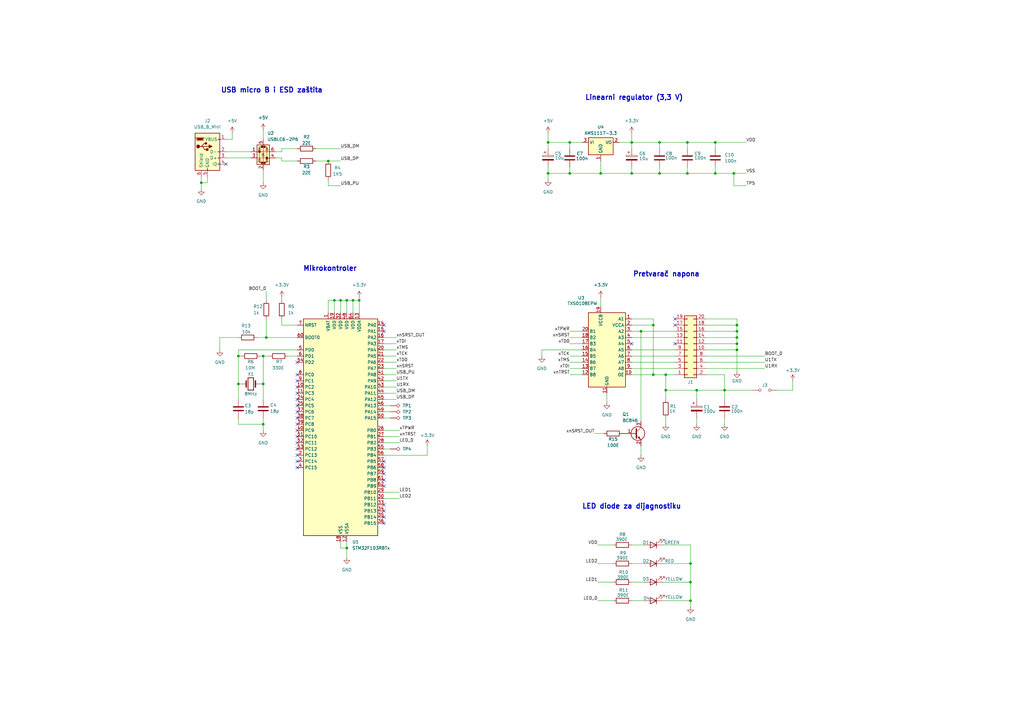
<source format=kicad_sch>
(kicad_sch (version 20231120) (generator "eeschema") (generator_version "8.0")
  (paper "A3")
  (title_block (title "Black Magic Probe V1 clone") (date "2024-05-16") (rev "v1") (company "TVZ") (comment 1 "Jadran Marinovic"))
  (lib_symbols
    (symbol "Connector:TestPoint_Alt" (pin_numbers hide) (pin_names (offset 0.762) hide)
      (property "Reference" "TP" (at 0 6.858 0))
      (property "Value" "TestPoint_Alt" (at 0 5.08 0))
      (symbol "TestPoint_Alt_1_1"
        (pin passive line (at 0 0 90) (length 2.54) (name "1") (number "1"))
      )
    )
    (symbol "Connector:USB_B_Mini" (pin_names (offset 1.016))
      (property "Reference" "J2" (at 0 12.7 0))
      (property "Value" "USB_B_Mini" (at 0 10.16 0))
      (symbol "USB_B_Mini_1_1"
        (pin power_out line (at 7.62 5.08 180) (length 2.54) (name "VBUS") (number "1"))
        (pin bidirectional line (at 7.62 0 180) (length 2.54) (name "D-") (number "2"))
        (pin bidirectional line (at 7.62 -2.54 180) (length 2.54) (name "D+") (number "3"))
        (pin passive line (at 7.62 -5.08 180) (length 2.54) (name "ID") (number "4"))
        (pin power_out line (at 0 -10.16 90) (length 2.54) (name "GND") (number "5"))
        (pin passive line (at -2.54 -10.16 90) (length 2.54) (name "Shield") (number "6"))
      )
    )
    (symbol "Connector_Generic:Conn_02x10_Odd_Even" (pin_names (offset 1.016) hide)
      (property "Reference" "J" (at 1.27 12.7 0))
      (property "Value" "Conn_02x10_Odd_Even" (at 1.27 -15.24 0))
      (symbol "Conn_02x10_Odd_Even_1_1"
        (pin passive line (at -5.08 10.16 0) (length 3.81) (name "Pin_1") (number "1"))
        (pin passive line (at 7.62 0 180) (length 3.81) (name "Pin_10") (number "10"))
        (pin passive line (at -5.08 -2.54 0) (length 3.81) (name "Pin_11") (number "11"))
        (pin passive line (at 7.62 -2.54 180) (length 3.81) (name "Pin_12") (number "12"))
        (pin passive line (at -5.08 -5.08 0) (length 3.81) (name "Pin_13") (number "13"))
        (pin passive line (at 7.62 -5.08 180) (length 3.81) (name "Pin_14") (number "14"))
        (pin passive line (at -5.08 -7.62 0) (length 3.81) (name "Pin_15") (number "15"))
        (pin passive line (at 7.62 -7.62 180) (length 3.81) (name "Pin_16") (number "16"))
        (pin passive line (at -5.08 -10.16 0) (length 3.81) (name "Pin_17") (number "17"))
        (pin passive line (at 7.62 -10.16 180) (length 3.81) (name "Pin_18") (number "18"))
        (pin passive line (at -5.08 -12.7 0) (length 3.81) (name "Pin_19") (number "19"))
        (pin passive line (at 7.62 10.16 180) (length 3.81) (name "Pin_2") (number "2"))
        (pin passive line (at 7.62 -12.7 180) (length 3.81) (name "Pin_20") (number "20"))
        (pin passive line (at -5.08 7.62 0) (length 3.81) (name "Pin_3") (number "3"))
        (pin passive line (at 7.62 7.62 180) (length 3.81) (name "Pin_4") (number "4"))
        (pin passive line (at -5.08 5.08 0) (length 3.81) (name "Pin_5") (number "5"))
        (pin passive line (at 7.62 5.08 180) (length 3.81) (name "Pin_6") (number "6"))
        (pin passive line (at -5.08 2.54 0) (length 3.81) (name "Pin_7") (number "7"))
        (pin passive line (at 7.62 2.54 180) (length 3.81) (name "Pin_8") (number "8"))
        (pin passive line (at -5.08 0 0) (length 3.81) (name "Pin_9") (number "9"))
      )
    )
    (symbol "Device:C" (pin_numbers hide) (pin_names (offset 0.254))
      (property "Reference" "C" (at 0.635 2.54 0))
      (property "Value" "C" (at 0.635 -2.54 0))
      (symbol "C_1_1"
        (pin passive line (at 0 3.81 270) (length 2.794) (name "~") (number "1"))
        (pin passive line (at 0 -3.81 90) (length 2.794) (name "~") (number "2"))
      )
    )
    (symbol "Device:C_Polarized" (pin_numbers hide) (pin_names (offset 0.254))
      (property "Reference" "C" (at 0.635 2.54 0))
      (property "Value" "C_Polarized" (at 0.635 -2.54 0))
      (symbol "C_Polarized_1_1"
        (pin passive line (at 0 3.81 270) (length 2.794) (name "~") (number "1"))
        (pin passive line (at 0 -3.81 90) (length 2.794) (name "~") (number "2"))
      )
    )
    (symbol "Device:Crystal" (pin_numbers hide) (pin_names (offset 1.016) hide)
      (property "Reference" "Y" (at 0 3.81 0))
      (property "Value" "Crystal" (at 0 -3.81 0))
      (symbol "Crystal_1_1"
        (pin passive line (at -3.81 0 0) (length 1.27) (name "1") (number "1"))
        (pin passive line (at 3.81 0 180) (length 1.27) (name "2") (number "2"))
      )
    )
    (symbol "Device:LED" (pin_numbers hide) (pin_names (offset 1.016) hide)
      (property "Reference" "D" (at 0 2.54 0))
      (property "Value" "LED" (at 0 -2.54 0))
      (symbol "LED_1_1"
        (pin passive line (at -3.81 0 0) (length 2.54) (name "K") (number "1"))
        (pin passive line (at 3.81 0 180) (length 2.54) (name "A") (number "2"))
      )
    )
    (symbol "Device:R" (pin_numbers hide) (pin_names (offset 0))
      (property "Reference" "R" (at 2.032 0 90))
      (property "Value" "R" (at 0 0 90))
      (symbol "R_1_1"
        (pin passive line (at 0 3.81 270) (length 1.27) (name "~") (number "1"))
        (pin passive line (at 0 -3.81 90) (length 1.27) (name "~") (number "2"))
      )
    )
    (symbol "Jumper:Jumper_2_Open" (pin_numbers hide) (pin_names (offset 0) hide) (exclude_from_sim yes)
      (property "Reference" "J3" (at 0 3.81 0))
      (symbol "Jumper_2_Open_1_1"
        (pin passive line (at -5.08 0 0) (length 2.54) (name "A") (number "1"))
        (pin passive line (at 5.08 0 180) (length 2.54) (name "B") (number "2"))
      )
    )
    (symbol "Logic_LevelTranslator:TXS0108EPW"
      (property "Reference" "U3" (at -9.398 -18.034 0))
      (property "Value" "TXS0108EPW" (at -13.716 -20.32 0))
      (symbol "TXS0108EPW_1_1"
        (pin bidirectional line (at 10.16 12.7 180) (length 2.54) (name "A1") (number "1"))
        (pin input line (at 10.16 -10.16 180) (length 2.54) (name "OE") (number "10"))
        (pin power_in line (at 0 -17.78 90) (length 2.54) (name "GND") (number "11"))
        (pin bidirectional line (at -10.16 -10.16 0) (length 2.54) (name "B8") (number "12"))
        (pin bidirectional line (at -10.16 -7.62 0) (length 2.54) (name "B7") (number "13"))
        (pin bidirectional line (at -10.16 -5.08 0) (length 2.54) (name "B6") (number "14"))
        (pin bidirectional line (at -10.16 -2.54 0) (length 2.54) (name "B5") (number "15"))
        (pin bidirectional line (at -10.16 0 0) (length 2.54) (name "B4") (number "16"))
        (pin bidirectional line (at -10.16 2.54 0) (length 2.54) (name "B3") (number "17"))
        (pin bidirectional line (at -10.16 5.08 0) (length 2.54) (name "B2") (number "18"))
        (pin power_in line (at -2.54 17.78 270) (length 2.54) (name "VCCB") (number "19"))
        (pin power_in line (at 10.16 10.16 180) (length 2.54) (name "VCCA") (number "2"))
        (pin bidirectional line (at -10.16 7.62 0) (length 2.54) (name "B1") (number "20"))
        (pin bidirectional line (at 10.16 7.62 180) (length 2.54) (name "A2") (number "3"))
        (pin bidirectional line (at 10.16 5.08 180) (length 2.54) (name "A3") (number "4"))
        (pin bidirectional line (at 10.16 2.54 180) (length 2.54) (name "A4") (number "5"))
        (pin bidirectional line (at 10.16 0 180) (length 2.54) (name "A5") (number "6"))
        (pin bidirectional line (at 10.16 -2.54 180) (length 2.54) (name "A6") (number "7"))
        (pin bidirectional line (at 10.16 -5.08 180) (length 2.54) (name "A7") (number "8"))
        (pin bidirectional line (at 10.16 -7.62 180) (length 2.54) (name "A8") (number "9"))
      )
    )
    (symbol "MCU_ST_STM32F1:STM32F103RBTx"
      (property "Reference" "U" (at -15.24 46.99 0))
      (property "Value" "STM32F103RBTx" (at 10.16 46.99 0))
      (symbol "STM32F103RBTx_1_1"
        (pin power_in line (at -5.08 48.26 270) (length 2.54) (name "VBAT") (number "1"))
        (pin bidirectional line (at -17.78 17.78 0) (length 2.54) (name "PC2") (number "10"))
        (pin bidirectional line (at -17.78 15.24 0) (length 2.54) (name "PC3") (number "11"))
        (pin power_in line (at 2.54 -45.72 90) (length 2.54) (name "VSSA") (number "12"))
        (pin power_in line (at 7.62 48.26 270) (length 2.54) (name "VDDA") (number "13"))
        (pin bidirectional line (at 17.78 43.18 180) (length 2.54) (name "PA0") (number "14"))
        (pin bidirectional line (at 17.78 40.64 180) (length 2.54) (name "PA1") (number "15"))
        (pin bidirectional line (at 17.78 38.1 180) (length 2.54) (name "PA2") (number "16"))
        (pin bidirectional line (at 17.78 35.56 180) (length 2.54) (name "PA3") (number "17"))
        (pin power_in line (at 0 -45.72 90) (length 2.54) (name "VSS") (number "18"))
        (pin power_in line (at -2.54 48.26 270) (length 2.54) (name "VDD") (number "19"))
        (pin bidirectional line (at -17.78 -10.16 0) (length 2.54) (name "PC13") (number "2"))
        (pin bidirectional line (at 17.78 33.02 180) (length 2.54) (name "PA4") (number "20"))
        (pin bidirectional line (at 17.78 30.48 180) (length 2.54) (name "PA5") (number "21"))
        (pin bidirectional line (at 17.78 27.94 180) (length 2.54) (name "PA6") (number "22"))
        (pin bidirectional line (at 17.78 25.4 180) (length 2.54) (name "PA7") (number "23"))
        (pin bidirectional line (at -17.78 12.7 0) (length 2.54) (name "PC4") (number "24"))
        (pin bidirectional line (at -17.78 10.16 0) (length 2.54) (name "PC5") (number "25"))
        (pin bidirectional line (at 17.78 0 180) (length 2.54) (name "PB0") (number "26"))
        (pin bidirectional line (at 17.78 -2.54 180) (length 2.54) (name "PB1") (number "27"))
        (pin bidirectional line (at 17.78 -5.08 180) (length 2.54) (name "PB2") (number "28"))
        (pin bidirectional line (at 17.78 -25.4 180) (length 2.54) (name "PB10") (number "29"))
        (pin bidirectional line (at -17.78 -12.7 0) (length 2.54) (name "PC14") (number "3"))
        (pin bidirectional line (at 17.78 -27.94 180) (length 2.54) (name "PB11") (number "30"))
        (pin passive line (at 0 -45.72 90) (length 2.54) hide (name "VSS") (number "31"))
        (pin power_in line (at 0 48.26 270) (length 2.54) (name "VDD") (number "32"))
        (pin bidirectional line (at 17.78 -30.48 180) (length 2.54) (name "PB12") (number "33"))
        (pin bidirectional line (at 17.78 -33.02 180) (length 2.54) (name "PB13") (number "34"))
        (pin bidirectional line (at 17.78 -35.56 180) (length 2.54) (name "PB14") (number "35"))
        (pin bidirectional line (at 17.78 -38.1 180) (length 2.54) (name "PB15") (number "36"))
        (pin bidirectional line (at -17.78 7.62 0) (length 2.54) (name "PC6") (number "37"))
        (pin bidirectional line (at -17.78 5.08 0) (length 2.54) (name "PC7") (number "38"))
        (pin bidirectional line (at -17.78 2.54 0) (length 2.54) (name "PC8") (number "39"))
        (pin bidirectional line (at -17.78 -15.24 0) (length 2.54) (name "PC15") (number "4"))
        (pin bidirectional line (at -17.78 0 0) (length 2.54) (name "PC9") (number "40"))
        (pin bidirectional line (at 17.78 22.86 180) (length 2.54) (name "PA8") (number "41"))
        (pin bidirectional line (at 17.78 20.32 180) (length 2.54) (name "PA9") (number "42"))
        (pin bidirectional line (at 17.78 17.78 180) (length 2.54) (name "PA10") (number "43"))
        (pin bidirectional line (at 17.78 15.24 180) (length 2.54) (name "PA11") (number "44"))
        (pin bidirectional line (at 17.78 12.7 180) (length 2.54) (name "PA12") (number "45"))
        (pin bidirectional line (at 17.78 10.16 180) (length 2.54) (name "PA13") (number "46"))
        (pin passive line (at 0 -45.72 90) (length 2.54) hide (name "VSS") (number "47"))
        (pin power_in line (at 2.54 48.26 270) (length 2.54) (name "VDD") (number "48"))
        (pin bidirectional line (at 17.78 7.62 180) (length 2.54) (name "PA14") (number "49"))
        (pin bidirectional line (at -17.78 33.02 0) (length 2.54) (name "PD0") (number "5"))
        (pin bidirectional line (at 17.78 5.08 180) (length 2.54) (name "PA15") (number "50"))
        (pin bidirectional line (at -17.78 -2.54 0) (length 2.54) (name "PC10") (number "51"))
        (pin bidirectional line (at -17.78 -5.08 0) (length 2.54) (name "PC11") (number "52"))
        (pin bidirectional line (at -17.78 -7.62 0) (length 2.54) (name "PC12") (number "53"))
        (pin bidirectional line (at -17.78 27.94 0) (length 2.54) (name "PD2") (number "54"))
        (pin bidirectional line (at 17.78 -7.62 180) (length 2.54) (name "PB3") (number "55"))
        (pin bidirectional line (at 17.78 -10.16 180) (length 2.54) (name "PB4") (number "56"))
        (pin bidirectional line (at 17.78 -12.7 180) (length 2.54) (name "PB5") (number "57"))
        (pin bidirectional line (at 17.78 -15.24 180) (length 2.54) (name "PB6") (number "58"))
        (pin bidirectional line (at 17.78 -17.78 180) (length 2.54) (name "PB7") (number "59"))
        (pin bidirectional line (at -17.78 30.48 0) (length 2.54) (name "PD1") (number "6"))
        (pin input line (at -17.78 38.1 0) (length 2.54) (name "BOOT0") (number "60"))
        (pin bidirectional line (at 17.78 -20.32 180) (length 2.54) (name "PB8") (number "61"))
        (pin bidirectional line (at 17.78 -22.86 180) (length 2.54) (name "PB9") (number "62"))
        (pin passive line (at 0 -45.72 90) (length 2.54) hide (name "VSS") (number "63"))
        (pin power_in line (at 5.08 48.26 270) (length 2.54) (name "VDD") (number "64"))
        (pin input line (at -17.78 43.18 0) (length 2.54) (name "NRST") (number "7"))
        (pin bidirectional line (at -17.78 22.86 0) (length 2.54) (name "PC0") (number "8"))
        (pin bidirectional line (at -17.78 20.32 0) (length 2.54) (name "PC1") (number "9"))
      )
    )
    (symbol "Power_Protection:USBLC6-2P6" (pin_names hide)
      (property "Reference" "U" (at 0.635 5.715 0))
      (property "Value" "USBLC6-2P6" (at 0.635 3.81 0))
      (symbol "USBLC6-2P6_1_1"
        (pin passive line (at -5.08 0 0) (length 2.54) (name "I/O1") (number "1"))
        (pin passive line (at 0 -7.62 90) (length 2.54) (name "GND") (number "2"))
        (pin passive line (at -5.08 -2.54 0) (length 2.54) (name "I/O2") (number "3"))
        (pin passive line (at 5.08 -2.54 180) (length 2.54) (name "I/O2") (number "4"))
        (pin passive line (at 0 5.08 270) (length 2.54) (name "VBUS") (number "5"))
        (pin passive line (at 5.08 0 180) (length 2.54) (name "I/O1") (number "6"))
      )
    )
    (symbol "Regulator_Linear:AMS1117-3.3"
      (property "Reference" "U" (at -3.81 3.175 0))
      (property "Value" "AMS1117-3.3" (at 0 3.175 0))
      (symbol "AMS1117-3.3_1_1"
        (pin power_in line (at 0 -7.62 90) (length 2.54) (name "GND") (number "1"))
        (pin power_out line (at 7.62 0 180) (length 2.54) (name "VO") (number "2"))
        (pin power_in line (at -7.62 0 0) (length 2.54) (name "VI") (number "3"))
      )
    )
    (symbol "Transistor_BJT:BC846" (pin_names (offset 0) hide)
      (property "Reference" "Q" (at 5.08 1.905 0))
      (property "Value" "BC846" (at 5.08 0 0))
      (symbol "BC846_1_1"
        (pin input line (at -5.08 0 0) (length 5.715) (name "B") (number "1"))
        (pin passive line (at 2.54 -5.08 90) (length 2.54) (name "E") (number "2"))
        (pin passive line (at 2.54 5.08 270) (length 2.54) (name "C") (number "3"))
      )
    )
    (symbol "power:+3.3V" (power) (pin_numbers hide) (pin_names (offset 0) hide)
      (property "Value" "+3.3V" (at 0 3.556 0))
      (symbol "+3.3V_1_1"
        (pin power_in line (at 0 0 90) (length 0) (name "~") (number "1"))
      )
    )
    (symbol "power:+5V" (power) (pin_numbers hide) (pin_names (offset 0) hide)
      (property "Value" "+5V" (at 0 3.556 0))
      (symbol "+5V_1_1"
        (pin power_in line (at 0 0 90) (length 0) (name "~") (number "1"))
      )
    )
    (symbol "power:GND" (power) (pin_numbers hide) (pin_names (offset 0) hide)
      (property "Value" "GND" (at 0 -3.81 0))
      (symbol "GND_1_1"
        (pin power_in line (at 0 0 270) (length 0) (name "~") (number "1"))
      )
    )
  )
  (junction (at 233.68 58.42))
  (junction (at 137.16 123.19))
  (junction (at 97.79 146.05))
  (junction (at 302.26 135.89))
  (junction (at 259.08 71.12))
  (junction (at 246.38 71.12))
  (junction (at 262.89 135.89))
  (junction (at 147.32 123.19))
  (junction (at 281.94 71.12))
  (junction (at 142.24 224.79))
  (junction (at 302.26 133.35))
  (junction (at 107.95 173.99))
  (junction (at 224.79 71.12))
  (junction (at 283.21 231.14))
  (junction (at 259.08 58.42))
  (junction (at 293.37 71.12))
  (junction (at 300.99 71.12))
  (junction (at 144.78 123.19))
  (junction (at 224.79 58.42))
  (junction (at 267.97 153.67))
  (junction (at 285.75 160.02))
  (junction (at 293.37 58.42))
  (junction (at 273.05 153.67))
  (junction (at 270.51 58.42))
  (junction (at 97.79 157.48))
  (junction (at 297.18 160.02))
  (junction (at 283.21 246.38))
  (junction (at 302.26 140.97))
  (junction (at 109.22 138.43))
  (junction (at 302.26 143.51))
  (junction (at 267.97 133.35))
  (junction (at 82.55 74.93))
  (junction (at 107.95 157.48))
  (junction (at 273.05 160.02))
  (junction (at 302.26 138.43))
  (junction (at 283.21 238.76))
  (junction (at 233.68 71.12))
  (junction (at 139.7 123.19))
  (junction (at 281.94 58.42))
  (junction (at 270.51 71.12))
  (junction (at 134.62 66.04))
  (junction (at 142.24 123.19))
  (junction (at 107.95 146.05))
  (no_connect (at 157.48 194.31))
  (no_connect (at 259.08 140.97))
  (no_connect (at 121.92 186.69))
  (no_connect (at 157.48 212.09))
  (no_connect (at 157.48 191.77))
  (no_connect (at 121.92 156.21))
  (no_connect (at 121.92 153.67))
  (no_connect (at 121.92 148.59))
  (no_connect (at 121.92 181.61))
  (no_connect (at 157.48 196.85))
  (no_connect (at 276.86 133.35))
  (no_connect (at 121.92 166.37))
  (no_connect (at 121.92 173.99))
  (no_connect (at 157.48 135.89))
  (no_connect (at 92.71 67.31))
  (no_connect (at 157.48 207.01))
  (no_connect (at 121.92 189.23))
  (no_connect (at 276.86 140.97))
  (no_connect (at 121.92 179.07))
  (no_connect (at 121.92 184.15))
  (no_connect (at 157.48 209.55))
  (no_connect (at 157.48 214.63))
  (no_connect (at 157.48 199.39))
  (no_connect (at 121.92 176.53))
  (no_connect (at 121.92 158.75))
  (no_connect (at 121.92 191.77))
  (no_connect (at 121.92 168.91))
  (no_connect (at 157.48 189.23))
  (no_connect (at 121.92 163.83))
  (no_connect (at 121.92 171.45))
  (no_connect (at 276.86 130.81))
  (no_connect (at 157.48 133.35))
  (no_connect (at 121.92 161.29))
  (wire (pts (xy 297.18 153.67) (xy 297.18 160.02)))
  (wire (pts (xy 293.37 71.12) (xy 300.99 71.12)))
  (wire (pts (xy 109.22 138.43) (xy 121.92 138.43)))
  (wire (pts (xy 157.48 156.21) (xy 162.56 156.21)))
  (wire (pts (xy 97.79 157.48) (xy 97.79 163.83)))
  (wire (pts (xy 289.56 143.51) (xy 302.26 143.51)))
  (wire (pts (xy 115.57 64.77) (xy 115.57 66.04)))
  (wire (pts (xy 306.07 76.2) (xy 300.99 76.2)))
  (wire (pts (xy 281.94 68.58) (xy 281.94 71.12)))
  (wire (pts (xy 273.05 171.45) (xy 273.05 173.99)))
  (wire (pts (xy 243.84 177.8) (xy 247.65 177.8)))
  (wire (pts (xy 259.08 146.05) (xy 276.86 146.05)))
  (wire (pts (xy 293.37 58.42) (xy 306.07 58.42)))
  (wire (pts (xy 142.24 123.19) (xy 144.78 123.19)))
  (wire (pts (xy 289.56 140.97) (xy 302.26 140.97)))
  (wire (pts (xy 97.79 173.99) (xy 107.95 173.99)))
  (wire (pts (xy 248.92 161.29) (xy 248.92 165.1)))
  (wire (pts (xy 175.26 182.88) (xy 175.26 186.69)))
  (wire (pts (xy 142.24 123.19) (xy 142.24 128.27)))
  (wire (pts (xy 134.62 128.27) (xy 134.62 123.19)))
  (wire (pts (xy 271.78 231.14) (xy 283.21 231.14)))
  (wire (pts (xy 157.48 163.83) (xy 162.56 163.83)))
  (wire (pts (xy 97.79 143.51) (xy 97.79 146.05)))
  (wire (pts (xy 142.24 228.6) (xy 142.24 224.79)))
  (wire (pts (xy 224.79 68.58) (xy 224.79 71.12)))
  (wire (pts (xy 113.03 62.23) (xy 115.57 62.23)))
  (wire (pts (xy 137.16 123.19) (xy 137.16 128.27)))
  (wire (pts (xy 245.11 223.52) (xy 251.46 223.52)))
  (wire (pts (xy 157.48 166.37) (xy 160.02 166.37)))
  (wire (pts (xy 107.95 171.45) (xy 107.95 173.99)))
  (wire (pts (xy 283.21 231.14) (xy 283.21 238.76)))
  (wire (pts (xy 302.26 130.81) (xy 289.56 130.81)))
  (wire (pts (xy 157.48 148.59) (xy 162.56 148.59)))
  (wire (pts (xy 245.11 231.14) (xy 251.46 231.14)))
  (wire (pts (xy 157.48 204.47) (xy 163.83 204.47)))
  (wire (pts (xy 134.62 66.04) (xy 139.7 66.04)))
  (wire (pts (xy 90.17 138.43) (xy 97.79 138.43)))
  (wire (pts (xy 302.26 133.35) (xy 302.26 130.81)))
  (wire (pts (xy 105.41 138.43) (xy 109.22 138.43)))
  (wire (pts (xy 259.08 246.38) (xy 264.16 246.38)))
  (wire (pts (xy 118.11 146.05) (xy 121.92 146.05)))
  (wire (pts (xy 267.97 133.35) (xy 259.08 133.35)))
  (wire (pts (xy 283.21 238.76) (xy 283.21 246.38)))
  (wire (pts (xy 157.48 143.51) (xy 162.56 143.51)))
  (wire (pts (xy 115.57 121.92) (xy 115.57 123.19)))
  (wire (pts (xy 85.09 72.39) (xy 85.09 74.93)))
  (wire (pts (xy 283.21 246.38) (xy 271.78 246.38)))
  (wire (pts (xy 82.55 72.39) (xy 82.55 74.93)))
  (wire (pts (xy 289.56 151.13) (xy 313.69 151.13)))
  (wire (pts (xy 106.68 157.48) (xy 107.95 157.48)))
  (wire (pts (xy 222.25 143.51) (xy 238.76 143.51)))
  (wire (pts (xy 139.7 123.19) (xy 142.24 123.19)))
  (wire (pts (xy 115.57 60.96) (xy 115.57 62.23)))
  (wire (pts (xy 262.89 182.88) (xy 262.89 186.69)))
  (wire (pts (xy 224.79 58.42) (xy 233.68 58.42)))
  (wire (pts (xy 147.32 123.19) (xy 147.32 128.27)))
  (wire (pts (xy 224.79 71.12) (xy 224.79 73.66)))
  (wire (pts (xy 92.71 57.15) (xy 95.25 57.15)))
  (wire (pts (xy 106.68 146.05) (xy 107.95 146.05)))
  (wire (pts (xy 233.68 58.42) (xy 238.76 58.42)))
  (wire (pts (xy 297.18 171.45) (xy 297.18 173.99)))
  (wire (pts (xy 224.79 71.12) (xy 233.68 71.12)))
  (wire (pts (xy 157.48 140.97) (xy 162.56 140.97)))
  (wire (pts (xy 92.71 62.23) (xy 102.87 62.23)))
  (wire (pts (xy 259.08 58.42) (xy 270.51 58.42)))
  (wire (pts (xy 233.68 151.13) (xy 238.76 151.13)))
  (wire (pts (xy 302.26 135.89) (xy 302.26 133.35)))
  (wire (pts (xy 224.79 58.42) (xy 224.79 60.96)))
  (wire (pts (xy 157.48 151.13) (xy 162.56 151.13)))
  (wire (pts (xy 233.68 71.12) (xy 246.38 71.12)))
  (wire (pts (xy 246.38 66.04) (xy 246.38 71.12)))
  (wire (pts (xy 285.75 160.02) (xy 273.05 160.02)))
  (wire (pts (xy 157.48 153.67) (xy 162.56 153.67)))
  (wire (pts (xy 259.08 68.58) (xy 259.08 71.12)))
  (wire (pts (xy 297.18 160.02) (xy 285.75 160.02)))
  (wire (pts (xy 283.21 223.52) (xy 283.21 231.14)))
  (wire (pts (xy 139.7 222.25) (xy 139.7 224.79)))
  (wire (pts (xy 254 58.42) (xy 259.08 58.42)))
  (wire (pts (xy 134.62 123.19) (xy 137.16 123.19)))
  (wire (pts (xy 273.05 160.02) (xy 273.05 163.83)))
  (wire (pts (xy 267.97 153.67) (xy 273.05 153.67)))
  (wire (pts (xy 273.05 153.67) (xy 273.05 160.02)))
  (wire (pts (xy 157.48 184.15) (xy 160.02 184.15)))
  (wire (pts (xy 95.25 54.61) (xy 95.25 57.15)))
  (wire (pts (xy 262.89 135.89) (xy 262.89 172.72)))
  (wire (pts (xy 233.68 146.05) (xy 238.76 146.05)))
  (wire (pts (xy 175.26 186.69) (xy 157.48 186.69)))
  (wire (pts (xy 297.18 163.83) (xy 297.18 160.02)))
  (wire (pts (xy 262.89 135.89) (xy 276.86 135.89)))
  (wire (pts (xy 302.26 143.51) (xy 302.26 140.97)))
  (wire (pts (xy 270.51 58.42) (xy 281.94 58.42)))
  (wire (pts (xy 233.68 68.58) (xy 233.68 71.12)))
  (wire (pts (xy 109.22 119.38) (xy 109.22 123.19)))
  (wire (pts (xy 233.68 135.89) (xy 238.76 135.89)))
  (wire (pts (xy 115.57 66.04) (xy 121.92 66.04)))
  (wire (pts (xy 157.48 171.45) (xy 160.02 171.45)))
  (wire (pts (xy 92.71 64.77) (xy 102.87 64.77)))
  (wire (pts (xy 259.08 138.43) (xy 276.86 138.43)))
  (wire (pts (xy 289.56 146.05) (xy 313.69 146.05)))
  (wire (pts (xy 270.51 71.12) (xy 281.94 71.12)))
  (wire (pts (xy 325.12 156.21) (xy 325.12 160.02)))
  (wire (pts (xy 99.06 157.48) (xy 97.79 157.48)))
  (wire (pts (xy 302.26 143.51) (xy 302.26 152.4)))
  (wire (pts (xy 259.08 223.52) (xy 264.16 223.52)))
  (wire (pts (xy 90.17 138.43) (xy 90.17 143.51)))
  (wire (pts (xy 259.08 143.51) (xy 276.86 143.51)))
  (wire (pts (xy 285.75 171.45) (xy 285.75 173.99)))
  (wire (pts (xy 85.09 74.93) (xy 82.55 74.93)))
  (wire (pts (xy 259.08 238.76) (xy 264.16 238.76)))
  (wire (pts (xy 109.22 130.81) (xy 109.22 138.43)))
  (wire (pts (xy 233.68 58.42) (xy 233.68 60.96)))
  (wire (pts (xy 137.16 123.19) (xy 139.7 123.19)))
  (wire (pts (xy 289.56 135.89) (xy 302.26 135.89)))
  (wire (pts (xy 134.62 76.2) (xy 134.62 73.66)))
  (wire (pts (xy 107.95 173.99) (xy 107.95 176.53)))
  (wire (pts (xy 267.97 133.35) (xy 267.97 153.67)))
  (wire (pts (xy 245.11 238.76) (xy 251.46 238.76)))
  (wire (pts (xy 139.7 76.2) (xy 134.62 76.2)))
  (wire (pts (xy 233.68 153.67) (xy 238.76 153.67)))
  (wire (pts (xy 300.99 76.2) (xy 300.99 71.12)))
  (wire (pts (xy 245.11 246.38) (xy 251.46 246.38)))
  (wire (pts (xy 107.95 146.05) (xy 110.49 146.05)))
  (wire (pts (xy 293.37 58.42) (xy 293.37 60.96)))
  (wire (pts (xy 289.56 153.67) (xy 297.18 153.67)))
  (wire (pts (xy 97.79 143.51) (xy 121.92 143.51)))
  (wire (pts (xy 259.08 71.12) (xy 270.51 71.12)))
  (wire (pts (xy 139.7 123.19) (xy 139.7 128.27)))
  (wire (pts (xy 271.78 238.76) (xy 283.21 238.76)))
  (wire (pts (xy 271.78 223.52) (xy 283.21 223.52)))
  (wire (pts (xy 246.38 121.92) (xy 246.38 125.73)))
  (wire (pts (xy 293.37 68.58) (xy 293.37 71.12)))
  (wire (pts (xy 302.26 140.97) (xy 302.26 138.43)))
  (wire (pts (xy 297.18 160.02) (xy 308.61 160.02)))
  (wire (pts (xy 144.78 123.19) (xy 147.32 123.19)))
  (wire (pts (xy 147.32 121.92) (xy 147.32 123.19)))
  (wire (pts (xy 270.51 58.42) (xy 270.51 60.96)))
  (wire (pts (xy 115.57 133.35) (xy 115.57 130.81)))
  (wire (pts (xy 259.08 130.81) (xy 267.97 130.81)))
  (wire (pts (xy 82.55 74.93) (xy 82.55 77.47)))
  (wire (pts (xy 289.56 148.59) (xy 313.69 148.59)))
  (wire (pts (xy 259.08 58.42) (xy 259.08 60.96)))
  (wire (pts (xy 259.08 231.14) (xy 264.16 231.14)))
  (wire (pts (xy 157.48 176.53) (xy 163.83 176.53)))
  (wire (pts (xy 259.08 151.13) (xy 276.86 151.13)))
  (wire (pts (xy 259.08 148.59) (xy 276.86 148.59)))
  (wire (pts (xy 281.94 71.12) (xy 293.37 71.12)))
  (wire (pts (xy 267.97 130.81) (xy 267.97 133.35)))
  (wire (pts (xy 157.48 161.29) (xy 162.56 161.29)))
  (wire (pts (xy 107.95 53.34) (xy 107.95 57.15)))
  (wire (pts (xy 224.79 54.61) (xy 224.79 58.42)))
  (wire (pts (xy 300.99 71.12) (xy 306.07 71.12)))
  (wire (pts (xy 99.06 146.05) (xy 97.79 146.05)))
  (wire (pts (xy 270.51 68.58) (xy 270.51 71.12)))
  (wire (pts (xy 157.48 181.61) (xy 163.83 181.61)))
  (wire (pts (xy 107.95 157.48) (xy 107.95 163.83)))
  (wire (pts (xy 107.95 69.85) (xy 107.95 74.93)))
  (wire (pts (xy 289.56 133.35) (xy 302.26 133.35)))
  (wire (pts (xy 259.08 135.89) (xy 262.89 135.89)))
  (wire (pts (xy 157.48 179.07) (xy 163.83 179.07)))
  (wire (pts (xy 283.21 246.38) (xy 283.21 248.92)))
  (wire (pts (xy 139.7 224.79) (xy 142.24 224.79)))
  (wire (pts (xy 285.75 163.83) (xy 285.75 160.02)))
  (wire (pts (xy 121.92 133.35) (xy 115.57 133.35)))
  (wire (pts (xy 259.08 54.61) (xy 259.08 58.42)))
  (wire (pts (xy 107.95 146.05) (xy 107.95 157.48)))
  (wire (pts (xy 281.94 58.42) (xy 293.37 58.42)))
  (wire (pts (xy 325.12 160.02) (xy 318.77 160.02)))
  (wire (pts (xy 246.38 71.12) (xy 259.08 71.12)))
  (wire (pts (xy 157.48 158.75) (xy 162.56 158.75)))
  (wire (pts (xy 97.79 171.45) (xy 97.79 173.99)))
  (wire (pts (xy 115.57 60.96) (xy 121.92 60.96)))
  (wire (pts (xy 259.08 153.67) (xy 267.97 153.67)))
  (wire (pts (xy 97.79 146.05) (xy 97.79 157.48)))
  (wire (pts (xy 157.48 138.43) (xy 162.56 138.43)))
  (wire (pts (xy 157.48 201.93) (xy 163.83 201.93)))
  (wire (pts (xy 113.03 64.77) (xy 115.57 64.77)))
  (wire (pts (xy 273.05 153.67) (xy 276.86 153.67)))
  (wire (pts (xy 129.54 66.04) (xy 134.62 66.04)))
  (wire (pts (xy 289.56 138.43) (xy 302.26 138.43)))
  (wire (pts (xy 233.68 138.43) (xy 238.76 138.43)))
  (wire (pts (xy 281.94 58.42) (xy 281.94 60.96)))
  (wire (pts (xy 157.48 168.91) (xy 160.02 168.91)))
  (wire (pts (xy 233.68 140.97) (xy 238.76 140.97)))
  (wire (pts (xy 302.26 138.43) (xy 302.26 135.89)))
  (wire (pts (xy 129.54 60.96) (xy 139.7 60.96)))
  (wire (pts (xy 144.78 123.19) (xy 144.78 128.27)))
  (wire (pts (xy 142.24 222.25) (xy 142.24 224.79)))
  (wire (pts (xy 157.48 146.05) (xy 162.56 146.05)))
  (wire (pts (xy 233.68 148.59) (xy 238.76 148.59)))
  (wire (pts (xy 222.25 146.05) (xy 222.25 143.51)))
  (text "Mikrokontroler" (at 135.382 110.236 0) (effects (font (size 2.032 2.032) (bold yes))))
  (text "Linearni regulator (3,3 V)" (at 260.096 40.132 0) (effects (font (size 2.032 2.032) (bold yes))))
  (text "USB micro B i ESD zaštita" (at 111.506 37.084 0) (effects (font (size 2.032 2.032) (thickness 0.4064) (bold yes))))
  (text "Pretvarač napona" (at 273.304 112.522 0) (effects (font (size 2.032 2.032) (bold yes))))
  (text "LED diode za dijagnostiku" (at 259.08 207.772 0) (effects (font (size 2.032 2.032) (bold yes))))
  (label "USB_DP" (at 139.7 66.04 0))
  (label "xnTRST" (at 233.68 153.67 180))
  (label "xTD0" (at 233.68 140.97 180))
  (label "xTD0" (at 162.56 148.59 0))
  (label "xTMS" (at 162.56 143.51 0))
  (label "USB_DM" (at 162.56 161.29 0))
  (label "USB_PU" (at 139.7 76.2 0))
  (label "U1TX" (at 162.56 156.21 0))
  (label "VDD" (at 245.11 223.52 180))
  (label "xTDI" (at 162.56 140.97 0))
  (label "USB_DP" (at 162.56 163.83 0))
  (label "xTCK" (at 233.68 146.05 180))
  (label "VSS" (at 306.07 71.12 0))
  (label "xnSRST_OUT" (at 162.56 138.43 0))
  (label "TP5" (at 306.07 76.2 0))
  (label "LED_0" (at 245.11 246.38 180))
  (label "BOOT_0" (at 313.69 146.05 0))
  (label "xTCK" (at 162.56 146.05 0))
  (label "xnSRST_OUT" (at 243.84 177.8 180))
  (label "xnSRST" (at 162.56 151.13 0))
  (label "LED_0" (at 163.83 181.61 0))
  (label "U1TX" (at 313.69 148.59 0))
  (label "U1RX" (at 313.69 151.13 0))
  (label "LED2" (at 245.11 231.14 180))
  (label "U1RX" (at 162.56 158.75 0))
  (label "xTPWR" (at 233.68 135.89 180))
  (label "xTDI" (at 233.68 151.13 180))
  (label "xnSRST" (at 233.68 138.43 180))
  (label "LED1" (at 245.11 238.76 180))
  (label "VDD" (at 306.07 58.42 0))
  (label "BOOT_0" (at 109.22 119.38 180))
  (label "USB_PU" (at 162.56 153.67 0))
  (label "xnTRST" (at 163.83 179.07 0))
  (label "xTMS" (at 233.68 148.59 180))
  (label "LED2" (at 163.83 204.47 0))
  (label "LED1" (at 163.83 201.93 0))
  (label "USB_DM" (at 139.7 60.96 0))
  (label "xTPWR" (at 163.83 176.53 0))
  (symbol (lib_id "power:GND") (at 273.05 173.99 0) (unit 1)
    (property "Reference" "#PWR020" (effects (hide yes)))
    (property "Value" "GND" (at 273.05 179.07 0))
    (property "Description" "Power symbol creates a global label with name \"GND\" , ground" (effects (hide yes)))
  )
  (symbol (lib_id "power:+3.3V") (at 175.26 182.88 0) (unit 1)
    (property "Reference" "#PWR015" (effects (hide yes)))
    (property "Value" "+3.3V" (at 175.26 178.562 0))
    (property "Description" "Power symbol creates a global label with name \"+3.3V\"" (effects (hide yes)))
  )
  (symbol (lib_id "Device:R") (at 109.22 127 0) (unit 1)
    (property "Reference" "R12" (at 103.886 125.73 0) (effects (justify left)))
    (property "Value" "1k" (at 103.886 128.27 0) (effects (justify left)))
    (property "Footprint" "Resistor_SMD:R_0805_2012Metric" (effects (hide yes)))
    (property "Description" "Resistor" (effects (hide yes)))
  )
  (symbol (lib_id "Connector:TestPoint_Alt") (at 160.02 166.37 270) (unit 1)
    (property "Reference" "TP1" (at 165.1 166.3699 90) (effects (justify left)))
    (property "Value" "TestPoint_Alt" (effects (hide yes)))
    (property "Footprint" "TestPoint:TestPoint_Pad_D1.0mm" (effects (hide yes)))
    (property "Description" "test point (alternative shape)" (effects (hide yes)))
  )
  (symbol (lib_id "power:+3.3V") (at 259.08 54.61 0) (unit 1)
    (property "Reference" "#PWR02" (effects (hide yes)))
    (property "Value" "+3.3V" (at 259.08 49.53 0))
    (property "Description" "Power symbol creates a global label with name \"+3.3V\"" (effects (hide yes)))
  )
  (symbol (lib_id "Connector_Generic:Conn_02x10_Odd_Even") (at 281.94 143.51 0) (mirror x) (unit 1)
    (property "Reference" "J1" (at 283.21 156.718 0))
    (property "Value" "Conn_02x10_Odd_Even" (effects (hide yes)))
    (property "Footprint" "Connector_IDC:IDC-Header_2x08_P2.54mm_Vertical" (effects (hide yes)))
    (property "Description" "Generic connector, double row, 02x10, odd/even pin numbering scheme (row 1 odd numbers, row 2 even numbers), script generated (kicad-library-utils/schlib/autogen/connector/)" (effects (hide yes)))
  )
  (symbol (lib_id "power:GND") (at 82.55 77.47 0) (unit 1)
    (property "Reference" "#PWR07" (effects (hide yes)))
    (property "Value" "GND" (at 82.55 82.55 0))
    (property "Description" "Power symbol creates a global label with name \"GND\" , ground" (effects (hide yes)))
  )
  (symbol (lib_id "Regulator_Linear:AMS1117-3.3") (at 246.38 58.42 0) (unit 1)
    (property "Reference" "U4" (at 246.38 52.07 0))
    (property "Value" "AMS1117-3.3" (at 246.38 54.61 0))
    (property "Footprint" "Package_TO_SOT_SMD:SOT-223" (effects (hide yes)))
    (property "Datasheet" "http://www.advanced-monolithic.com/pdf/ds1117.pdf" (effects (hide yes)))
    (property "Description" "1A Low Dropout regulator, positive, 3.3V fixed output, SOT-223" (effects (hide yes)))
  )
  (symbol (lib_id "Device:R") (at 115.57 127 0) (unit 1)
    (property "Reference" "R5" (at 118.11 125.7299 0) (effects (justify left)))
    (property "Value" "1k" (at 118.11 128.2699 0) (effects (justify left)))
    (property "Footprint" "Resistor_SMD:R_0805_2012Metric" (effects (hide yes)))
    (property "Description" "Resistor" (effects (hide yes)))
  )
  (symbol (lib_id "Device:C") (at 297.18 167.64 0) (unit 1)
    (property "Reference" "C2" (at 299.974 166.878 0) (effects (justify left)))
    (property "Value" "100n" (at 299.72 168.656 0) (effects (justify left)))
    (property "Footprint" "Capacitor_SMD:C_0805_2012Metric" (effects (hide yes)))
    (property "Description" "Unpolarized capacitor" (effects (hide yes)))
  )
  (symbol (lib_id "Logic_LevelTranslator:TXS0108EPW") (at 248.92 143.51 0) (unit 1)
    (property "Reference" "U3" (at 236.982 122.174 0) (effects (justify left)))
    (property "Value" "TXS0108EPW" (at 232.664 124.46 0) (effects (justify left)))
    (property "Footprint" "Package_SO:TSSOP-20_4.4x6.5mm_P0.65mm" (effects (hide yes)))
    (property "Datasheet" "www.ti.com/lit/ds/symlink/txs0108e.pdf" (effects (hide yes)))
    (property "Description" "Bidirectional  level-shifting voltage translator, TSSOP-20" (effects (hide yes)))
  )
  (symbol (lib_id "power:+3.3V") (at 115.57 121.92 0) (unit 1)
    (property "Reference" "#PWR05" (effects (hide yes)))
    (property "Value" "+3.3V" (at 115.57 116.84 0))
    (property "Description" "Power symbol creates a global label with name \"+3.3V\"" (effects (hide yes)))
  )
  (symbol (lib_id "power:GND") (at 302.26 152.4 0) (unit 1)
    (property "Reference" "#PWR023" (effects (hide yes)))
    (property "Value" "GND" (at 302.26 156.21 0))
    (property "Description" "Power symbol creates a global label with name \"GND\" , ground" (effects (hide yes)))
  )
  (symbol (lib_id "Device:LED") (at 267.97 246.38 180) (unit 1)
    (property "Reference" "D4" (at 265.176 245.364 0))
    (property "Value" "YELLOW" (at 276.352 244.856 0))
    (property "Footprint" "LED_SMD:LED_1206_3216Metric" (effects (hide yes)))
    (property "Description" "Light emitting diode" (effects (hide yes)))
  )
  (symbol (lib_id "Device:R") (at 101.6 138.43 90) (unit 1)
    (property "Reference" "R13" (at 102.87 133.604 90) (effects (justify left)))
    (property "Value" "10k" (at 102.87 136.144 90) (effects (justify left)))
    (property "Footprint" "Resistor_SMD:R_0805_2012Metric" (effects (hide yes)))
    (property "Description" "Resistor" (effects (hide yes)))
  )
  (symbol (lib_id "Device:C") (at 281.94 64.77 0) (unit 1)
    (property "Reference" "C9" (at 284.734 62.992 0) (effects (justify left)))
    (property "Value" "100n" (at 284.734 64.77 0) (effects (justify left)))
    (property "Footprint" "Capacitor_SMD:C_0805_2012Metric" (effects (hide yes)))
    (property "Description" "Unpolarized capacitor" (effects (hide yes)))
  )
  (symbol (lib_id "MCU_ST_STM32F1:STM32F103RBTx") (at 139.7 176.53 0) (unit 1)
    (property "Reference" "U1" (at 144.4341 222.25 0) (effects (justify left)))
    (property "Value" "STM32F103RBTx" (at 144.4341 224.79 0) (effects (justify left)))
    (property "Footprint" "Package_QFP:LQFP-64_10x10mm_P0.5mm" (effects (hide yes)))
    (property "Datasheet" "https://www.st.com/resource/en/datasheet/stm32f103rb.pdf" (effects (hide yes)))
    (property "Description" "STMicroelectronics Arm Cortex-M3 MCU, 128KB flash, 20KB RAM, 72 MHz, 2.0-3.6V, 51 GPIO, LQFP64" (effects (hide yes)))
  )
  (symbol (lib_id "Connector:TestPoint_Alt") (at 160.02 168.91 270) (unit 1)
    (property "Reference" "TP2" (at 165.1 168.9099 90) (effects (justify left)))
    (property "Value" "TestPoint_Alt" (effects (hide yes)))
    (property "Footprint" "TestPoint:TestPoint_Pad_D1.0mm" (effects (hide yes)))
    (property "Description" "test point (alternative shape)" (effects (hide yes)))
  )
  (symbol (lib_id "Device:R") (at 114.3 146.05 90) (unit 1)
    (property "Reference" "R7" (at 115.824 148.336 90) (effects (justify left)))
    (property "Value" "330E" (at 116.586 150.876 90) (effects (justify left)))
    (property "Footprint" "Resistor_SMD:R_0805_2012Metric" (effects (hide yes)))
    (property "Description" "Resistor" (effects (hide yes)))
  )
  (symbol (lib_id "Connector:TestPoint_Alt") (at 160.02 184.15 270) (unit 1)
    (property "Reference" "TP4" (at 165.1 184.1499 90) (effects (justify left)))
    (property "Value" "TestPoint_Alt" (effects (hide yes)))
    (property "Footprint" "TestPoint:TestPoint_Pad_D1.0mm" (effects (hide yes)))
    (property "Description" "test point (alternative shape)" (effects (hide yes)))
  )
  (symbol (lib_id "power:GND") (at 107.95 176.53 0) (unit 1)
    (property "Reference" "#PWR012" (effects (hide yes)))
    (property "Value" "GND" (at 107.95 181.61 0))
    (property "Description" "Power symbol creates a global label with name \"GND\" , ground" (effects (hide yes)))
  )
  (symbol (lib_id "Device:C_Polarized") (at 224.79 64.77 0) (unit 1)
    (property "Reference" "C5" (at 227.584 62.992 0) (effects (justify left)))
    (property "Value" "10u" (at 227.584 64.77 0) (effects (justify left)))
    (property "Footprint" "Capacitor_SMD:C_0805_2012Metric" (effects (hide yes)))
    (property "Description" "Polarized capacitor" (effects (hide yes)))
  )
  (symbol (lib_id "Device:R") (at 255.27 231.14 270) (unit 1)
    (property "Reference" "R9" (at 255.524 226.822 90))
    (property "Value" "390E" (at 255.27 228.854 90))
    (property "Footprint" "Resistor_SMD:R_0805_2012Metric" (effects (hide yes)))
    (property "Description" "Resistor" (effects (hide yes)))
  )
  (symbol (lib_id "power:GND") (at 90.17 143.51 0) (unit 1)
    (property "Reference" "#PWR011" (effects (hide yes)))
    (property "Value" "GND" (at 90.17 148.59 0))
    (property "Description" "Power symbol creates a global label with name \"GND\" , ground" (effects (hide yes)))
  )
  (symbol (lib_id "Device:LED") (at 267.97 238.76 180) (unit 1)
    (property "Reference" "D3" (at 264.922 237.49 0))
    (property "Value" "YELLOW" (at 276.352 237.49 0))
    (property "Footprint" "LED_SMD:LED_1206_3216Metric" (effects (hide yes)))
    (property "Description" "Light emitting diode" (effects (hide yes)))
  )
  (symbol (lib_id "Device:R") (at 102.87 146.05 90) (unit 1)
    (property "Reference" "R6" (at 104.14 148.336 90) (effects (justify left)))
    (property "Value" "10M" (at 104.648 150.876 90) (effects (justify left)))
    (property "Footprint" "Resistor_SMD:R_0805_2012Metric" (effects (hide yes)))
    (property "Description" "Resistor" (effects (hide yes)))
  )
  (symbol (lib_id "Transistor_BJT:BC846") (at 260.35 177.8 0) (unit 1)
    (property "Reference" "Q1" (at 255.27 169.926 0) (effects (justify left)))
    (property "Value" "BC846" (at 255.27 172.466 0) (effects (justify left)))
    (property "Footprint" "Package_TO_SOT_SMD:SOT-23" (effects (hide yes)))
    (property "Datasheet" "https://assets.nexperia.com/documents/data-sheet/BC846_SER.pdf" (effects (hide yes)))
    (property "Description" "0.1A Ic, 65V Vce, NPN Transistor, SOT-23" (effects (hide yes)))
  )
  (symbol (lib_id "Device:Crystal") (at 102.87 157.48 0) (unit 1)
    (property "Reference" "X1" (at 102.87 153.416 0))
    (property "Value" "8MHz" (at 102.87 161.544 0))
    (property "Footprint" "Crystal:Crystal_SMD_3225-4Pin_3.2x2.5mm" (effects (hide yes)))
    (property "Description" "Two pin crystal" (effects (hide yes)))
  )
  (symbol (lib_id "power:GND") (at 222.25 146.05 0) (unit 1)
    (property "Reference" "#PWR018" (effects (hide yes)))
    (property "Value" "GND" (at 222.25 151.13 0))
    (property "Description" "Power symbol creates a global label with name \"GND\" , ground" (effects (hide yes)))
  )
  (symbol (lib_id "power:+3.3V") (at 147.32 121.92 0) (unit 1)
    (property "Reference" "#PWR04" (effects (hide yes)))
    (property "Value" "+3.3V" (at 147.32 116.84 0))
    (property "Description" "Power symbol creates a global label with name \"+3.3V\"" (effects (hide yes)))
  )
  (symbol (lib_id "Device:R") (at 255.27 238.76 270) (unit 1)
    (property "Reference" "R10" (at 255.778 234.696 90))
    (property "Value" "390E" (at 255.524 236.728 90))
    (property "Footprint" "Resistor_SMD:R_0805_2012Metric" (effects (hide yes)))
    (property "Description" "Resistor" (effects (hide yes)))
  )
  (symbol (lib_id "Device:R") (at 125.73 60.96 90) (unit 1)
    (property "Reference" "R2" (at 125.73 56.134 90))
    (property "Value" "22E" (at 125.73 58.674 90))
    (property "Footprint" "Resistor_SMD:R_0805_2012Metric" (effects (hide yes)))
    (property "Description" "Resistor" (effects (hide yes)))
  )
  (symbol (lib_id "Device:LED") (at 267.97 223.52 180) (unit 1)
    (property "Reference" "D1" (at 264.922 222.504 0))
    (property "Value" "GREEN" (at 275.59 222.504 0))
    (property "Footprint" "LED_SMD:LED_1206_3216Metric" (effects (hide yes)))
    (property "Description" "Light emitting diode" (effects (hide yes)))
  )
  (symbol (lib_id "Connector:TestPoint_Alt") (at 160.02 171.45 270) (unit 1)
    (property "Reference" "TP3" (at 165.1 171.4499 90) (effects (justify left)))
    (property "Value" "TestPoint_Alt" (effects (hide yes)))
    (property "Footprint" "TestPoint:TestPoint_Pad_D1.0mm" (effects (hide yes)))
    (property "Description" "test point (alternative shape)" (effects (hide yes)))
  )
  (symbol (lib_id "power:+3.3V") (at 246.38 121.92 0) (unit 1)
    (property "Reference" "#PWR016" (effects (hide yes)))
    (property "Value" "+3.3V" (at 246.38 116.84 0))
    (property "Description" "Power symbol creates a global label with name \"+3.3V\"" (effects (hide yes)))
  )
  (symbol (lib_id "power:+3.3V") (at 325.12 156.21 0) (unit 1)
    (property "Reference" "#PWR024" (effects (hide yes)))
    (property "Value" "+3.3V" (at 325.12 151.892 0))
    (property "Description" "Power symbol creates a global label with name \"+3.3V\"" (effects (hide yes)))
  )
  (symbol (lib_id "Power_Protection:USBLC6-2P6") (at 107.95 62.23 0) (unit 1)
    (property "Reference" "U2" (at 109.6011 54.61 0) (effects (justify left)))
    (property "Value" "USBLC6-2P6" (at 109.6011 57.15 0) (effects (justify left)))
    (property "Footprint" "Package_TO_SOT_SMD:SOT-666" (effects (hide yes)))
    (property "Datasheet" "https://www.st.com/resource/en/datasheet/usblc6-2.pdf" (effects (hide yes)))
    (property "Description" "Very low capacitance ESD protection diode, 2 data-line, SOT-666" (effects (hide yes)))
  )
  (symbol (lib_id "Device:C_Polarized") (at 259.08 64.77 0) (unit 1)
    (property "Reference" "C6" (at 262.128 62.992 0) (effects (justify left)))
    (property "Value" "10u" (at 262.128 65.024 0) (effects (justify left)))
    (property "Footprint" "Capacitor_SMD:C_0805_2012Metric" (effects (hide yes)))
    (property "Description" "Polarized capacitor" (effects (hide yes)))
  )
  (symbol (lib_id "Device:R") (at 273.05 167.64 180) (unit 1)
    (property "Reference" "R1" (at 276.098 166.624 0))
    (property "Value" "1K" (at 275.844 168.656 0))
    (property "Footprint" "Resistor_SMD:R_0805_2012Metric" (effects (hide yes)))
    (property "Description" "Resistor" (effects (hide yes)))
  )
  (symbol (lib_id "power:GND") (at 142.24 228.6 0) (unit 1)
    (property "Reference" "#PWR010" (effects (hide yes)))
    (property "Value" "GND" (at 142.24 233.68 0))
    (property "Description" "Power symbol creates a global label with name \"GND\" , ground" (effects (hide yes)))
  )
  (symbol (lib_id "Device:LED") (at 267.97 231.14 180) (unit 1)
    (property "Reference" "D2" (at 264.922 230.124 0))
    (property "Value" "RED" (at 274.574 230.124 0))
    (property "Footprint" "LED_SMD:LED_1206_3216Metric" (effects (hide yes)))
    (property "Description" "Light emitting diode" (effects (hide yes)))
  )
  (symbol (lib_id "power:+5V") (at 95.25 54.61 0) (unit 1)
    (property "Reference" "#PWR06" (effects (hide yes)))
    (property "Value" "+5V" (at 95.25 49.53 0))
    (property "Description" "Power symbol creates a global label with name \"+5V\"" (effects (hide yes)))
  )
  (symbol (lib_id "Device:R") (at 134.62 69.85 180) (unit 1)
    (property "Reference" "R4" (at 138.43 68.834 0))
    (property "Value" "1K5" (at 138.43 71.374 0))
    (property "Footprint" "Resistor_SMD:R_0805_2012Metric" (effects (hide yes)))
    (property "Description" "Resistor" (effects (hide yes)))
  )
  (symbol (lib_id "Jumper:Jumper_2_Open") (at 313.69 160.02 0) (unit 1) (exclude_from_sim yes)
    (property "Reference" "J3" (at 313.69 157.988 0))
    (property "Value" "Jumper_2_Open" (effects (hide yes)))
    (property "Footprint" "Connector_PinHeader_1.00mm:PinHeader_1x02_P1.00mm_Vertical" (effects (hide yes)))
    (property "Description" "Jumper, 2-pole, open" (effects (hide yes)))
  )
  (symbol (lib_id "power:+5V") (at 224.79 54.61 0) (unit 1)
    (property "Reference" "#PWR01" (effects (hide yes)))
    (property "Value" "+5V" (at 224.79 49.53 0))
    (property "Description" "Power symbol creates a global label with name \"+5V\"" (effects (hide yes)))
  )
  (symbol (lib_id "Connector:USB_B_Mini") (at 85.09 62.23 0) (unit 1)
    (property "Reference" "J2" (at 85.09 49.53 0))
    (property "Value" "USB_B_Mini" (at 85.09 52.07 0))
    (property "Footprint" "Connector_USB:USB_Mini-B_Lumberg_2486_01_Horizontal" (effects (hide yes)))
    (property "Description" "USB Mini Type B connector" (effects (hide yes)))
  )
  (symbol (lib_id "Device:R") (at 251.46 177.8 90) (unit 1)
    (property "Reference" "R15" (at 251.46 180.086 90))
    (property "Value" "100E" (at 251.46 182.626 90))
    (property "Footprint" "Resistor_SMD:R_0805_2012Metric" (effects (hide yes)))
    (property "Description" "Resistor" (effects (hide yes)))
  )
  (symbol (lib_id "power:GND") (at 262.89 186.69 0) (unit 1)
    (property "Reference" "#PWR019" (effects (hide yes)))
    (property "Value" "GND" (at 262.89 191.77 0))
    (property "Description" "Power symbol creates a global label with name \"GND\" , ground" (effects (hide yes)))
  )
  (symbol (lib_id "Device:C") (at 97.79 167.64 0) (unit 1)
    (property "Reference" "C3" (at 100.33 166.37 0) (effects (justify left)))
    (property "Value" "18p" (at 100.33 168.91 0) (effects (justify left)))
    (property "Footprint" "Capacitor_SMD:C_0805_2012Metric" (effects (hide yes)))
    (property "Description" "Unpolarized capacitor" (effects (hide yes)))
  )
  (symbol (lib_id "power:+5V") (at 107.95 53.34 0) (unit 1)
    (property "Reference" "#PWR09" (effects (hide yes)))
    (property "Value" "+5V" (at 107.95 48.26 0))
    (property "Description" "Power symbol creates a global label with name \"+5V\"" (effects (hide yes)))
  )
  (symbol (lib_id "power:GND") (at 248.92 165.1 0) (unit 1)
    (property "Reference" "#PWR017" (effects (hide yes)))
    (property "Value" "GND" (at 248.92 170.18 0))
    (property "Description" "Power symbol creates a global label with name \"GND\" , ground" (effects (hide yes)))
  )
  (symbol (lib_id "Device:C") (at 107.95 167.64 0) (unit 1)
    (property "Reference" "C4" (at 110.744 166.116 0) (effects (justify left)))
    (property "Value" "18p" (at 110.744 168.656 0) (effects (justify left)))
    (property "Footprint" "Capacitor_SMD:C_0805_2012Metric" (effects (hide yes)))
    (property "Description" "Unpolarized capacitor" (effects (hide yes)))
  )
  (symbol (lib_id "power:GND") (at 297.18 173.99 0) (unit 1)
    (property "Reference" "#PWR022" (effects (hide yes)))
    (property "Value" "GND" (at 297.18 179.07 0))
    (property "Description" "Power symbol creates a global label with name \"GND\" , ground" (effects (hide yes)))
  )
  (symbol (lib_id "Device:R") (at 125.73 66.04 90) (unit 1)
    (property "Reference" "R3" (at 125.73 68.326 90))
    (property "Value" "22E" (at 125.73 70.866 90))
    (property "Footprint" "Resistor_SMD:R_0805_2012Metric" (effects (hide yes)))
    (property "Description" "Resistor" (effects (hide yes)))
  )
  (symbol (lib_id "Device:C_Polarized") (at 285.75 167.64 0) (unit 1)
    (property "Reference" "C1" (at 288.544 166.878 0) (effects (justify left)))
    (property "Value" "100u" (at 288.544 168.656 0) (effects (justify left)))
    (property "Footprint" "Capacitor_SMD:C_0805_2012Metric" (effects (hide yes)))
    (property "Description" "Polarized capacitor" (effects (hide yes)))
  )
  (symbol (lib_id "power:GND") (at 285.75 173.99 0) (unit 1)
    (property "Reference" "#PWR021" (effects (hide yes)))
    (property "Value" "GND" (at 285.75 179.07 0))
    (property "Description" "Power symbol creates a global label with name \"GND\" , ground" (effects (hide yes)))
  )
  (symbol (lib_id "Device:C") (at 233.68 64.77 0) (unit 1)
    (property "Reference" "C7" (at 236.474 62.992 0) (effects (justify left)))
    (property "Value" "100n" (at 236.22 65.024 0) (effects (justify left)))
    (property "Footprint" "Capacitor_SMD:C_0805_2012Metric" (effects (hide yes)))
    (property "Description" "Unpolarized capacitor" (effects (hide yes)))
  )
  (symbol (lib_id "power:GND") (at 224.79 73.66 0) (unit 1)
    (property "Reference" "#PWR03" (effects (hide yes)))
    (property "Value" "GND" (at 224.79 78.74 0))
    (property "Description" "Power symbol creates a global label with name \"GND\" , ground" (effects (hide yes)))
  )
  (symbol (lib_id "Device:R") (at 255.27 246.38 270) (unit 1)
    (property "Reference" "R11" (at 255.778 242.062 90))
    (property "Value" "390E" (at 255.524 244.094 90))
    (property "Footprint" "Resistor_SMD:R_0805_2012Metric" (effects (hide yes)))
    (property "Description" "Resistor" (effects (hide yes)))
  )
  (symbol (lib_id "power:GND") (at 283.21 248.92 0) (unit 1)
    (property "Reference" "#PWR025" (effects (hide yes)))
    (property "Value" "GND" (at 283.21 254 0))
    (property "Description" "Power symbol creates a global label with name \"GND\" , ground" (effects (hide yes)))
  )
  (symbol (lib_id "Device:C") (at 293.37 64.77 0) (unit 1)
    (property "Reference" "C10" (at 297.18 63.4999 0) (effects (justify left)))
    (property "Value" "100n" (at 297.18 66.0399 0) (effects (justify left)))
    (property "Footprint" "Capacitor_SMD:C_0805_2012Metric" (effects (hide yes)))
    (property "Description" "Unpolarized capacitor" (effects (hide yes)))
  )
  (symbol (lib_id "power:GND") (at 107.95 74.93 0) (unit 1)
    (property "Reference" "#PWR08" (effects (hide yes)))
    (property "Value" "GND" (at 107.95 80.01 0))
    (property "Description" "Power symbol creates a global label with name \"GND\" , ground" (effects (hide yes)))
  )
  (symbol (lib_id "Device:C") (at 270.51 64.77 0) (unit 1)
    (property "Reference" "C8" (at 273.05 62.992 0) (effects (justify left)))
    (property "Value" "100n" (at 272.796 64.77 0) (effects (justify left)))
    (property "Footprint" "Capacitor_SMD:C_0805_2012Metric" (effects (hide yes)))
    (property "Description" "Unpolarized capacitor" (effects (hide yes)))
  )
  (symbol (lib_id "Device:R") (at 255.27 223.52 270) (unit 1)
    (property "Reference" "R8" (at 255.27 219.202 90))
    (property "Value" "390E" (at 255.016 221.234 90))
    (property "Footprint" "Resistor_SMD:R_0805_2012Metric" (effects (hide yes)))
    (property "Description" "Resistor" (effects (hide yes)))
  )
)
</source>
